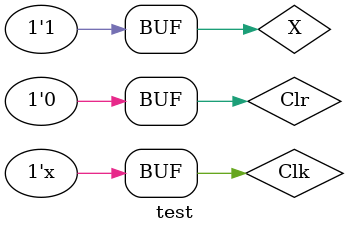
<source format=v>
`timescale 1ns / 1ps


module test;

	// Inputs
	reg Clk;
	reg Clr;
	reg X;
	// Outputs
	reg Z1;
	reg [1:0]state1;
	
	// Instantiate the Unit Under Test (UUT)
	fsm uut (
		.Clk(Clk), 
		.Clr(Clr), 
		.X(X), 
		.Z2(Z1),
		.state1(state1)
	);

	initial begin
		// Initialize Inputs
		Clk = 0; 
		Clr = 0;
		X = 0;


		// Wait 100 ns for global reset to finish
      #40 X=1;
		#40 X=0;
		#40 X=1;   
		#40 X=0;
		#40 X=1;
		// Add stimulus here

	end
   always #20 Clk=~Clk;   
endmodule


</source>
